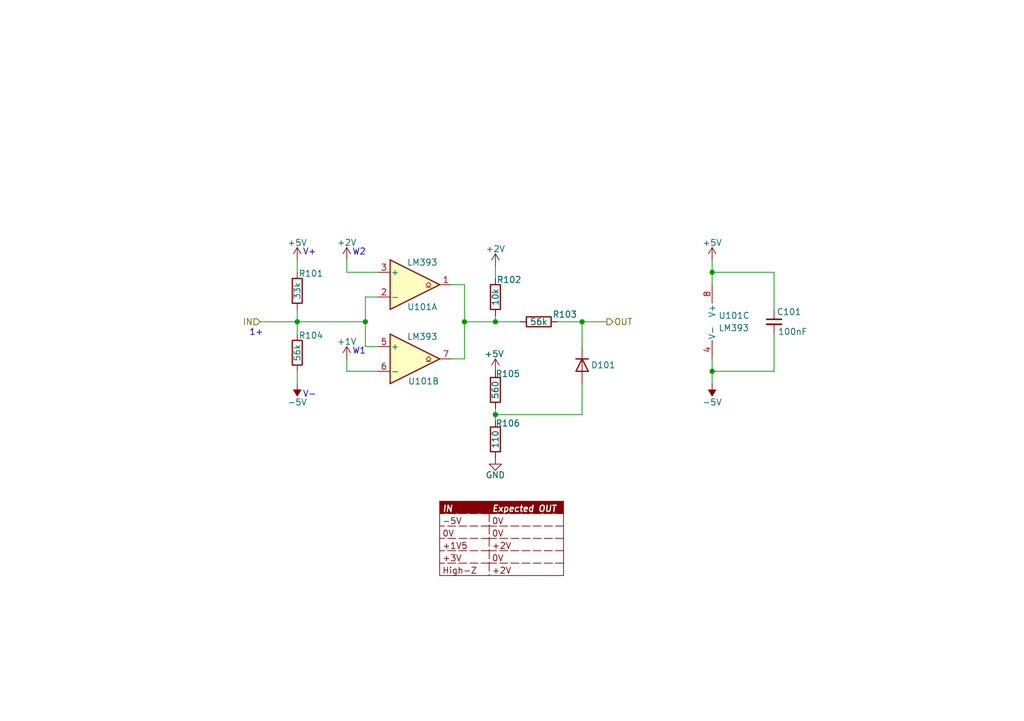
<source format=kicad_sch>
(kicad_sch (version 20250114) (generator "eeschema") (generator_version "9.0")
  (paper "A5")
  (title_block (title "Window comparator - Proof of concept") (date "2025-08-28") (rev "1.0.&lpha") (comment 1 "Copyright (c) 2025 by Filip Pynckels & Robin Pynckels"))
  (lib_symbols
    (symbol "Comparator:LM393" (pin_names (offset 0.127))
      (property "Reference" "U" (at 3.81 3.81 0))
      (property "Value" "LM393" (at 6.35 -3.81 0))
      (symbol "LM393_1_1"
        (polyline (pts (xy -5.08 5.08) (xy 5.08 0) (xy -5.08 -5.08) (xy -5.08 5.08)) (stroke (width 0.254)) (fill (type background)))
        (polyline (pts (xy 3.302 -0.508) (xy 2.794 -0.508) (xy 3.302 0) (xy 2.794 0.508) (xy 2.286 0) (xy 2.794 -0.508) (xy 2.286 -0.508)) (stroke (width 0.127)))
        (pin input line (at -7.62 2.54 0) (length 2.54) (name "+") (number "3"))
        (pin input line (at -7.62 -2.54 0) (length 2.54) (name "-") (number "2"))
        (pin open_collector line (at 7.62 0 180) (length 2.54) (name "~") (number "1"))
      )
      (symbol "LM393_2_1"
        (polyline (pts (xy -5.08 5.08) (xy 5.08 0) (xy -5.08 -5.08) (xy -5.08 5.08)) (stroke (width 0.254)) (fill (type background)))
        (polyline (pts (xy 3.302 -0.508) (xy 2.794 -0.508) (xy 3.302 0) (xy 2.794 0.508) (xy 2.286 0) (xy 2.794 -0.508) (xy 2.286 -0.508)) (stroke (width 0.127)))
        (pin input line (at -7.62 2.54 0) (length 2.54) (name "+") (number "5"))
        (pin input line (at -7.62 -2.54 0) (length 2.54) (name "-") (number "6"))
        (pin open_collector line (at 7.62 0 180) (length 2.54) (name "~") (number "7"))
      )
      (symbol "LM393_3_1"
        (pin power_in line (at -2.54 7.62 270) (length 3.81) (name "V+") (number "8"))
        (pin power_in line (at -2.54 -7.62 90) (length 3.81) (name "V-") (number "4"))
      )
    )
    (symbol "Device:C_Small" (pin_numbers (hide yes)) (pin_names (offset 0.254) (hide yes))
      (property "Reference" "C" (at 0.254 1.778 0))
      (property "Value" "C_Small" (at 0.254 -2.032 0))
      (symbol "C_Small_0_1"
        (polyline (pts (xy -1.524 0.508) (xy 1.524 0.508)) (stroke (width 0.3048)))
        (polyline (pts (xy -1.524 -0.508) (xy 1.524 -0.508)) (stroke (width 0.3302)))
      )
      (symbol "C_Small_1_1"
        (pin passive line (at 0 2.54 270) (length 2.032) (name "~") (number "1"))
        (pin passive line (at 0 -2.54 90) (length 2.032) (name "~") (number "2"))
      )
    )
    (symbol "Device:D" (pin_numbers (hide yes)) (pin_names (offset 1.016) (hide yes))
      (property "Reference" "D" (at 0 2.54 0))
      (property "Value" "D" (at 0 -2.54 0))
      (symbol "D_0_1"
        (polyline (pts (xy -1.27 1.27) (xy -1.27 -1.27)) (stroke (width 0.254)))
        (polyline (pts (xy 1.27 1.27) (xy 1.27 -1.27) (xy -1.27 0) (xy 1.27 1.27)) (stroke (width 0.254)))
        (polyline (pts (xy 1.27 0) (xy -1.27 0)))
      )
      (symbol "D_1_1"
        (pin passive line (at -3.81 0 0) (length 2.54) (name "K") (number "1"))
        (pin passive line (at 3.81 0 180) (length 2.54) (name "A") (number "2"))
      )
    )
    (symbol "Device:R" (pin_numbers (hide yes)) (pin_names (offset 0))
      (property "Reference" "R" (at 2.032 0 90))
      (property "Value" "R" (at 0 0 90))
      (symbol "R_0_1"
        (rectangle (start -1.016 -2.54) (end 1.016 2.54) (stroke (width 0.254)))
      )
      (symbol "R_1_1"
        (pin passive line (at 0 3.81 270) (length 1.27) (name "~") (number "1"))
        (pin passive line (at 0 -3.81 90) (length 1.27) (name "~") (number "2"))
      )
    )
    (symbol "Power:+2V" (power) (pin_numbers (hide yes)) (pin_names (offset 0) (hide yes))
      (property "Value" "+2V" (at 0 3.556 0))
      (symbol "+2V_0_1"
        (polyline (pts (xy -0.762 1.27) (xy 0 2.54)))
        (polyline (pts (xy 0 2.54) (xy 0.762 1.27)))
        (polyline (pts (xy 0 0) (xy 0 2.54)))
      )
      (symbol "+2V_1_1"
        (pin power_in line (at 0 0 90) (length 0) (name "~") (number "1"))
      )
    )
    (symbol "power:+4V" (power) (pin_numbers (hide yes)) (pin_names (offset 0) (hide yes))
      (property "Value" "+4V" (at 0 3.556 0))
      (symbol "+4V_0_1"
        (polyline (pts (xy -0.762 1.27) (xy 0 2.54)))
        (polyline (pts (xy 0 2.54) (xy 0.762 1.27)))
        (polyline (pts (xy 0 0) (xy 0 2.54)))
      )
      (symbol "+4V_1_1"
        (pin power_in line (at 0 0 90) (length 0) (name "~") (number "1"))
      )
    )
    (symbol "power:+5V" (power) (pin_numbers (hide yes)) (pin_names (offset 0) (hide yes))
      (property "Value" "+5V" (at 0 3.556 0))
      (symbol "+5V_0_1"
        (polyline (pts (xy -0.762 1.27) (xy 0 2.54)))
        (polyline (pts (xy 0 2.54) (xy 0.762 1.27)))
        (polyline (pts (xy 0 0) (xy 0 2.54)))
      )
      (symbol "+5V_1_1"
        (pin power_in line (at 0 0 90) (length 0) (name "~") (number "1"))
      )
    )
    (symbol "power:-5V" (power) (pin_numbers (hide yes)) (pin_names (offset 0) (hide yes))
      (property "Value" "-5V" (at 0 3.556 0))
      (symbol "-5V_0_0"
        (pin power_in line (at 0 0 90) (length 0) (name "~") (number "1"))
      )
      (symbol "-5V_0_1"
        (polyline (pts (xy 0 0) (xy 0 1.27) (xy 0.762 1.27) (xy 0 2.54) (xy -0.762 1.27) (xy 0 1.27)) (fill (type outline)))
      )
    )
    (symbol "power:GND" (power) (pin_numbers (hide yes)) (pin_names (offset 0) (hide yes))
      (property "Value" "GND" (at 0 -3.81 0))
      (symbol "GND_0_1"
        (polyline (pts (xy 0 0) (xy 0 -1.27) (xy 1.27 -1.27) (xy 0 -2.54) (xy -1.27 -1.27) (xy 0 -1.27)))
      )
      (symbol "GND_1_1"
        (pin power_in line (at 0 0 270) (length 0) (name "~") (number "1"))
      )
    )
  )
  (text "V+" (at 63.5 51.816 0) (effects (font (size 1.27 1.27))))
  (text "1+" (at 52.578 68.326 0) (effects (font (size 1.27 1.27))))
  (text "W2" (at 73.66 51.816 0) (effects (font (size 1.27 1.27))))
  (text "V-" (at 63.5 81.026 0) (effects (font (size 1.27 1.27))))
  (text "W1" (at 73.66 72.136 0) (effects (font (size 1.27 1.27))))
  (junction (at 119.38 66.04))
  (junction (at 95.25 66.04))
  (junction (at 101.6 66.04))
  (junction (at 60.96 66.04))
  (junction (at 146.05 55.88))
  (junction (at 146.05 76.2))
  (junction (at 101.6 85.09))
  (junction (at 74.93 66.04))
  (wire (pts (xy 158.75 63.5) (xy 158.75 55.88)))
  (wire (pts (xy 95.25 73.66) (xy 92.71 73.66)))
  (wire (pts (xy 95.25 66.04) (xy 95.25 73.66)))
  (wire (pts (xy 158.75 55.88) (xy 146.05 55.88)))
  (wire (pts (xy 74.93 66.04) (xy 74.93 71.12)))
  (wire (pts (xy 60.96 66.04) (xy 74.93 66.04)))
  (wire (pts (xy 95.25 58.42) (xy 95.25 66.04)))
  (wire (pts (xy 119.38 66.04) (xy 119.38 71.12)))
  (wire (pts (xy 101.6 83.82) (xy 101.6 85.09)))
  (wire (pts (xy 101.6 64.77) (xy 101.6 66.04)))
  (wire (pts (xy 92.71 58.42) (xy 95.25 58.42)))
  (wire (pts (xy 101.6 85.09) (xy 119.38 85.09)))
  (wire (pts (xy 146.05 73.66) (xy 146.05 76.2)))
  (wire (pts (xy 53.34 66.04) (xy 60.96 66.04)))
  (wire (pts (xy 60.96 66.04) (xy 60.96 68.58)))
  (wire (pts (xy 101.6 54.61) (xy 101.6 57.15)))
  (wire (pts (xy 60.96 63.5) (xy 60.96 66.04)))
  (wire (pts (xy 146.05 53.34) (xy 146.05 55.88)))
  (wire (pts (xy 158.75 68.58) (xy 158.75 76.2)))
  (wire (pts (xy 74.93 71.12) (xy 77.47 71.12)))
  (wire (pts (xy 119.38 66.04) (xy 124.46 66.04)))
  (wire (pts (xy 60.96 53.34) (xy 60.96 55.88)))
  (wire (pts (xy 71.12 76.2) (xy 77.47 76.2)))
  (wire (pts (xy 114.3 66.04) (xy 119.38 66.04)))
  (wire (pts (xy 77.47 60.96) (xy 74.93 60.96)))
  (wire (pts (xy 71.12 55.88) (xy 77.47 55.88)))
  (wire (pts (xy 119.38 85.09) (xy 119.38 78.74)))
  (wire (pts (xy 95.25 66.04) (xy 101.6 66.04)))
  (wire (pts (xy 60.96 76.2) (xy 60.96 78.74)))
  (wire (pts (xy 158.75 76.2) (xy 146.05 76.2)))
  (wire (pts (xy 74.93 60.96) (xy 74.93 66.04)))
  (wire (pts (xy 146.05 76.2) (xy 146.05 78.74)))
  (wire (pts (xy 146.05 55.88) (xy 146.05 58.42)))
  (wire (pts (xy 71.12 53.34) (xy 71.12 55.88)))
  (wire (pts (xy 71.12 76.2) (xy 71.12 73.66)))
  (wire (pts (xy 101.6 85.09) (xy 101.6 86.36)))
  (wire (pts (xy 101.6 66.04) (xy 106.68 66.04)))
  (table (column_count 2) (border (external yes) (header no) (stroke (width 0) (color 132 0 0 1))) (separators (rows yes) (cols yes) (stroke (width 0) (type dash) (color 132 0 0 1))) (column_widths 10.16 15.24) (row_heights 2.54 2.54 2.54 2.54 2.54 2.54) (cells (table_cell "IN" (at 90.17 102.87 0) (size 10.16 2.54) (margins 0.508 0.762 0 0) (span 1 1) (fill (type color) (color 132 0 0 1))) (table_cell "Expected OUT" (at 100.33 102.87 0) (size 15.24 2.54) (margins 0.508 0.762 0 0) (span 1 1) (fill (type color) (color 132 0 0 1))) (table_cell "-5V" (at 90.17 105.41 0) (size 10.16 2.54) (margins 0.508 0.762 0 0) (span 1 1)) (table_cell "0V" (at 100.33 105.41 0) (size 15.24 2.54) (margins 0.508 0.762 0 0) (span 1 1)) (table_cell "0V" (at 90.17 107.95 0) (size 10.16 2.54) (margins 0.508 0.762 0 0) (span 1 1)) (table_cell "0V" (at 100.33 107.95 0) (size 15.24 2.54) (margins 0.508 0.762 0 0) (span 1 1)) (table_cell "+1V5" (at 90.17 110.49 0) (size 10.16 2.54) (margins 0.508 0.762 0 0) (span 1 1)) (table_cell "+2V" (at 100.33 110.49 0) (size 15.24 2.54) (margins 0.508 0.762 0 0) (span 1 1)) (table_cell "+3V" (at 90.17 113.03 0) (size 10.16 2.54) (margins 0.508 0.762 0 0) (span 1 1)) (table_cell "0V" (at 100.33 113.03 0) (size 15.24 2.54) (margins 0.508 0.762 0 0) (span 1 1)) (table_cell "High-Z" (at 90.17 115.57 0) (size 10.16 2.54) (margins 0.508 0.762 0 0) (span 1 1)) (table_cell "+2V" (at 100.33 115.57 0) (size 15.24 2.54) (margins 0.508 0.762 0 0) (span 1 1))))
  (hierarchical_label "IN" (shape input) (at 53.34 66.04 180))
  (hierarchical_label "OUT" (shape output) (at 124.46 66.04 0))
  (symbol (lib_id "power:GND") (at 101.6 93.98 0) (mirror y) (unit 1)
    (property "Reference" "#PWR0109" (effects (hide yes)))
    (property "Value" "GND" (at 101.6 96.774 0) (effects (justify top)))
    (property "Description" "Power symbol creates a global label with name \"GND\" , ground" (effects (hide yes)))
  )
  (symbol (lib_id "power:+5V") (at 101.6 54.61 0) (mirror y) (unit 1)
    (property "Reference" "#PWR0104" (effects (hide yes)))
    (property "Value" "+2V" (at 101.6 51.816 0) (effects (justify bottom)))
    (property "Description" "Power symbol creates a global label with name \"+5V\"" (effects (hide yes)))
  )
  (symbol (lib_id "Device:R") (at 101.6 60.96 0) (unit 1)
    (property "Reference" "R102" (at 101.854 57.404 0) (effects (justify left)))
    (property "Value" "10k" (at 101.6 60.96 90))
    (property "Footprint" "Resistor_THT:R_Axial_DIN0207_L6.3mm_D2.5mm_P7.62mm_Horizontal" (effects (hide yes)))
    (property "Description" "Resistor" (effects (hide yes)))
  )
  (symbol (lib_id "power:+5V") (at 146.05 53.34 0) (mirror y) (unit 1)
    (property "Reference" "#PWR0103" (effects (hide yes)))
    (property "Value" "+5V" (at 146.05 50.546 0) (effects (justify bottom)))
    (property "Description" "Power symbol creates a global label with name \"+5V\"" (effects (hide yes)))
  )
  (symbol (lib_id "Device:R") (at 101.6 80.01 0) (mirror x) (unit 1)
    (property "Reference" "R105" (at 101.6 76.708 0) (effects (justify left)))
    (property "Value" "560" (at 101.6 80.01 90))
    (property "Footprint" "Resistor_THT:R_Axial_DIN0207_L6.3mm_D2.5mm_P7.62mm_Horizontal" (effects (hide yes)))
    (property "Description" "Resistor" (effects (hide yes)))
  )
  (symbol (lib_id "power:-5V") (at 146.05 78.74 180) (unit 1)
    (property "Reference" "#PWR0108" (effects (hide yes)))
    (property "Value" "-5V" (at 146.05 82.55 0))
    (property "Description" "Power symbol creates a global label with name \"-5V\"" (effects (hide yes)))
  )
  (symbol (lib_id "Comparator:LM393") (at 148.59 66.04 0) (unit 3)
    (property "Reference" "U101" (at 147.32 64.7699 0) (effects (justify left)))
    (property "Value" "LM393" (at 147.32 67.3099 0) (effects (justify left)))
    (property "Footprint" "Package_DIP:DIP-8_W7.62mm" (effects (hide yes)))
    (property "Datasheet" "http://www.ti.com/lit/ds/symlink/lm393.pdf" (effects (hide yes)))
    (property "Description" "Low-Power, Low-Offset Voltage, Dual Comparators, DIP-8/SOIC-8/TO-99-8" (effects (hide yes)))
  )
  (symbol (lib_id "power:+5V") (at 60.96 53.34 0) (mirror y) (unit 1)
    (property "Reference" "#PWR0101" (effects (hide yes)))
    (property "Value" "+5V" (at 60.96 50.546 0) (effects (justify bottom)))
    (property "Description" "Power symbol creates a global label with name \"+5V\"" (effects (hide yes)))
  )
  (symbol (lib_id "Power:+2V") (at 71.12 73.66 0) (unit 1)
    (property "Reference" "#PWR0105" (effects (hide yes)))
    (property "Value" "+1V" (at 71.12 70.104 0))
    (property "Description" "Power symbol creates a global label with name \"+2V\"" (effects (hide yes)))
  )
  (symbol (lib_id "power:+5V") (at 101.6 76.2 0) (unit 1)
    (property "Reference" "#PWR0106" (effects (hide yes)))
    (property "Value" "+5V" (at 101.346 72.644 0))
    (property "Description" "Power symbol creates a global label with name \"+5V\"" (effects (hide yes)))
  )
  (symbol (lib_id "Device:R") (at 110.49 66.04 90) (unit 1)
    (property "Reference" "R103" (at 113.284 64.516 90) (effects (justify right)))
    (property "Value" "56k" (at 110.49 66.04 90))
    (property "Footprint" "Resistor_THT:R_Axial_DIN0207_L6.3mm_D2.5mm_P7.62mm_Horizontal" (effects (hide yes)))
    (property "Description" "Resistor" (effects (hide yes)))
  )
  (symbol (lib_id "Device:D") (at 119.38 74.93 270) (unit 1)
    (property "Reference" "D101" (at 121.158 74.93 90) (effects (justify left)))
    (property "Value" "D" (effects (hide yes)))
    (property "Description" "Diode" (effects (hide yes)))
    (property "Sim.Device" "D" (effects (hide yes)))
    (property "Sim.Pins" "1=K 2=A" (effects (hide yes)))
  )
  (symbol (lib_id "Device:C_Small") (at 158.75 66.04 0) (unit 1)
    (property "Reference" "C101" (at 159.258 64.008 0) (effects (justify left)))
    (property "Value" "100nF" (at 159.512 68.072 0) (effects (justify left)))
    (property "Footprint" "Capacitor_THT:C_Disc_D5.0mm_W2.5mm_P5.00mm" (effects (hide yes)))
    (property "Description" "Unpolarized capacitor, small symbol" (effects (hide yes)))
  )
  (symbol (lib_id "Comparator:LM393") (at 85.09 58.42 0) (unit 1)
    (property "Reference" "U101" (at 86.614 62.992 0))
    (property "Value" "LM393" (at 86.614 53.848 0))
    (property "Footprint" "Package_DIP:DIP-8_W7.62mm" (effects (hide yes)))
    (property "Datasheet" "http://www.ti.com/lit/ds/symlink/lm393.pdf" (effects (hide yes)))
    (property "Description" "Low-Power, Low-Offset Voltage, Dual Comparators, DIP-8/SOIC-8/TO-99-8" (effects (hide yes)))
  )
  (symbol (lib_id "Device:R") (at 60.96 59.69 0) (unit 1)
    (property "Reference" "R101" (at 61.214 56.134 0) (effects (justify left)))
    (property "Value" "33k" (at 60.96 59.69 90))
    (property "Footprint" "Resistor_THT:R_Axial_DIN0207_L6.3mm_D2.5mm_P7.62mm_Horizontal" (effects (hide yes)))
    (property "Description" "Resistor" (effects (hide yes)))
  )
  (symbol (lib_id "Device:R") (at 60.96 72.39 0) (unit 1)
    (property "Reference" "R104" (at 61.214 68.834 0) (effects (justify left)))
    (property "Value" "56k" (at 60.96 72.39 90))
    (property "Footprint" "Resistor_THT:R_Axial_DIN0207_L6.3mm_D2.5mm_P7.62mm_Horizontal" (effects (hide yes)))
    (property "Description" "Resistor" (effects (hide yes)))
  )
  (symbol (lib_id "power:-5V") (at 60.96 78.74 180) (unit 1)
    (property "Reference" "#PWR0107" (effects (hide yes)))
    (property "Value" "-5V" (at 60.96 82.55 0))
    (property "Description" "Power symbol creates a global label with name \"-5V\"" (effects (hide yes)))
  )
  (symbol (lib_id "power:+4V") (at 71.12 53.34 0) (unit 1)
    (property "Reference" "#PWR0102" (effects (hide yes)))
    (property "Value" "+2V" (at 71.12 49.784 0))
    (property "Description" "Power symbol creates a global label with name \"+4V\"" (effects (hide yes)))
  )
  (symbol (lib_id "Comparator:LM393") (at 85.09 73.66 0) (unit 2)
    (property "Reference" "U101" (at 86.868 78.232 0))
    (property "Value" "LM393" (at 86.614 69.088 0))
    (property "Footprint" "Package_DIP:DIP-8_W7.62mm" (effects (hide yes)))
    (property "Datasheet" "http://www.ti.com/lit/ds/symlink/lm393.pdf" (effects (hide yes)))
    (property "Description" "Low-Power, Low-Offset Voltage, Dual Comparators, DIP-8/SOIC-8/TO-99-8" (effects (hide yes)))
  )
  (symbol (lib_id "Device:R") (at 101.6 90.17 0) (mirror x) (unit 1)
    (property "Reference" "R106" (at 101.6 86.868 0) (effects (justify left)))
    (property "Value" "110" (at 101.6 90.17 90))
    (property "Footprint" "Resistor_THT:R_Axial_DIN0207_L6.3mm_D2.5mm_P7.62mm_Horizontal" (effects (hide yes)))
    (property "Description" "Resistor" (effects (hide yes)))
  )
)
</source>
